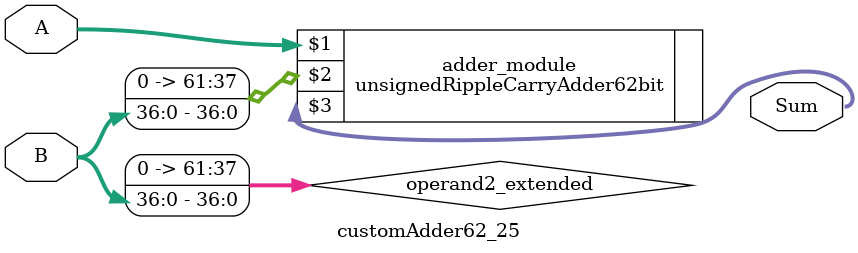
<source format=v>
module customAdder62_25(
                        input [61 : 0] A,
                        input [36 : 0] B,
                        
                        output [62 : 0] Sum
                );

        wire [61 : 0] operand2_extended;
        
        assign operand2_extended =  {25'b0, B};
        
        unsignedRippleCarryAdder62bit adder_module(
            A,
            operand2_extended,
            Sum
        );
        
        endmodule
        
</source>
